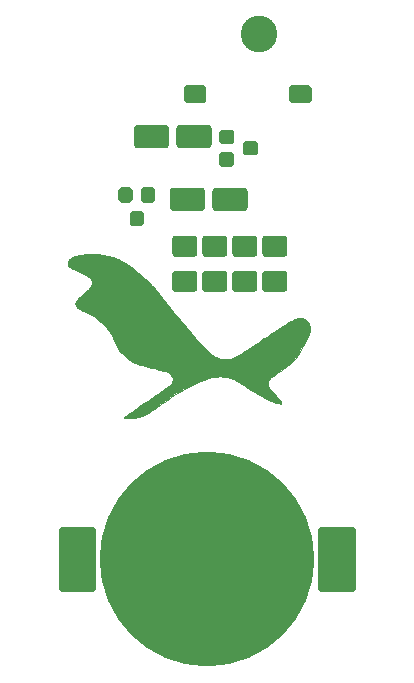
<source format=gbr>
G04 #@! TF.GenerationSoftware,KiCad,Pcbnew,(5.1.10)-1*
G04 #@! TF.CreationDate,2021-07-03T22:49:25-04:00*
G04 #@! TF.ProjectId,Sorting Hat,536f7274-696e-4672-9048-61742e6b6963,rev?*
G04 #@! TF.SameCoordinates,Original*
G04 #@! TF.FileFunction,Soldermask,Bot*
G04 #@! TF.FilePolarity,Negative*
%FSLAX46Y46*%
G04 Gerber Fmt 4.6, Leading zero omitted, Abs format (unit mm)*
G04 Created by KiCad (PCBNEW (5.1.10)-1) date 2021-07-03 22:49:25*
%MOMM*%
%LPD*%
G01*
G04 APERTURE LIST*
%ADD10C,0.010000*%
%ADD11C,18.180000*%
%ADD12C,3.100000*%
G04 APERTURE END LIST*
D10*
G04 #@! TO.C,G\u002A\u002A\u002A*
G36*
X141184733Y-80180783D02*
G01*
X141641295Y-80234792D01*
X142092764Y-80330281D01*
X142537510Y-80467103D01*
X142973902Y-80645111D01*
X143134275Y-80722060D01*
X143394215Y-80863716D01*
X143673278Y-81037650D01*
X143967382Y-81240735D01*
X144272443Y-81469845D01*
X144584376Y-81721853D01*
X144899100Y-81993632D01*
X145212529Y-82282055D01*
X145369575Y-82433583D01*
X145503545Y-82565695D01*
X145624195Y-82686669D01*
X145735452Y-82800959D01*
X145841243Y-82913021D01*
X145945494Y-83027308D01*
X146052132Y-83148276D01*
X146165085Y-83280379D01*
X146288277Y-83428072D01*
X146425638Y-83595810D01*
X146581092Y-83788048D01*
X146758567Y-84009241D01*
X146759575Y-84010500D01*
X147100646Y-84435437D01*
X147419009Y-84829415D01*
X147717191Y-85195466D01*
X147997717Y-85536621D01*
X148263110Y-85855915D01*
X148515897Y-86156378D01*
X148758603Y-86441044D01*
X148993753Y-86712943D01*
X149223872Y-86975110D01*
X149297798Y-87058500D01*
X149557087Y-87348789D01*
X149791891Y-87608221D01*
X150004437Y-87838778D01*
X150196952Y-88042445D01*
X150371661Y-88221207D01*
X150530790Y-88377047D01*
X150676566Y-88511951D01*
X150811215Y-88627903D01*
X150936964Y-88726887D01*
X151056038Y-88810888D01*
X151170663Y-88881889D01*
X151283066Y-88941876D01*
X151395473Y-88992833D01*
X151510110Y-89036744D01*
X151521583Y-89040754D01*
X151592915Y-89064300D01*
X151654792Y-89080578D01*
X151717916Y-89090905D01*
X151792991Y-89096598D01*
X151890720Y-89098976D01*
X151997833Y-89099375D01*
X152125150Y-89098531D01*
X152221670Y-89095199D01*
X152298911Y-89088017D01*
X152368394Y-89075626D01*
X152441639Y-89056664D01*
X152495250Y-89040624D01*
X152578555Y-89013510D01*
X152662261Y-88982844D01*
X152748931Y-88947105D01*
X152841128Y-88904773D01*
X152941417Y-88854327D01*
X153052362Y-88794247D01*
X153176526Y-88723013D01*
X153316474Y-88639103D01*
X153474768Y-88540998D01*
X153653974Y-88427177D01*
X153856656Y-88296119D01*
X154085376Y-88146305D01*
X154342699Y-87976214D01*
X154631189Y-87784324D01*
X154770666Y-87691255D01*
X155162943Y-87429560D01*
X155521944Y-87190683D01*
X155849365Y-86973583D01*
X156146901Y-86777224D01*
X156416248Y-86600567D01*
X156659102Y-86442572D01*
X156877159Y-86302203D01*
X157072114Y-86178419D01*
X157245663Y-86070184D01*
X157399502Y-85976458D01*
X157535327Y-85896203D01*
X157654833Y-85828380D01*
X157759716Y-85771952D01*
X157851671Y-85725879D01*
X157932396Y-85689123D01*
X158003584Y-85660646D01*
X158066933Y-85639409D01*
X158124137Y-85624374D01*
X158156436Y-85617859D01*
X158341976Y-85605315D01*
X158523320Y-85632011D01*
X158694598Y-85694883D01*
X158849942Y-85790871D01*
X158983483Y-85916913D01*
X159089351Y-86069947D01*
X159113105Y-86116935D01*
X159152815Y-86214529D01*
X159176242Y-86309765D01*
X159188620Y-86424277D01*
X159189034Y-86430743D01*
X159192181Y-86512628D01*
X159189369Y-86587207D01*
X159178685Y-86661800D01*
X159158217Y-86743726D01*
X159126050Y-86840305D01*
X159080273Y-86958857D01*
X159018972Y-87106702D01*
X159001781Y-87147256D01*
X158796324Y-87604011D01*
X158585022Y-88020656D01*
X158366546Y-88399171D01*
X158139563Y-88741539D01*
X157902744Y-89049741D01*
X157654757Y-89325757D01*
X157394273Y-89571571D01*
X157346166Y-89612586D01*
X157196091Y-89731170D01*
X157013852Y-89861772D01*
X156797261Y-90005894D01*
X156544127Y-90165040D01*
X156520698Y-90179405D01*
X156424680Y-90240661D01*
X156313166Y-90315784D01*
X156194122Y-90398997D01*
X156075509Y-90484522D01*
X155965292Y-90566582D01*
X155871434Y-90639399D01*
X155801899Y-90697197D01*
X155782683Y-90714813D01*
X155698331Y-90822556D01*
X155640754Y-90951919D01*
X155612411Y-91091647D01*
X155615762Y-91230485D01*
X155645892Y-91340648D01*
X155687649Y-91420608D01*
X155754958Y-91525365D01*
X155843622Y-91649595D01*
X155949443Y-91787979D01*
X156068222Y-91935195D01*
X156195762Y-92085923D01*
X156327865Y-92234841D01*
X156460332Y-92376629D01*
X156476244Y-92393108D01*
X156581873Y-92506512D01*
X156657208Y-92598918D01*
X156705229Y-92675499D01*
X156728915Y-92741430D01*
X156731245Y-92801885D01*
X156726400Y-92827577D01*
X156719014Y-92850340D01*
X156705051Y-92862060D01*
X156675305Y-92863557D01*
X156620567Y-92855650D01*
X156552376Y-92843063D01*
X156277286Y-92774768D01*
X155981767Y-92669659D01*
X155666106Y-92527840D01*
X155580603Y-92484882D01*
X155252270Y-92313310D01*
X154944876Y-92145624D01*
X154648660Y-91976033D01*
X154353861Y-91798747D01*
X154050715Y-91607975D01*
X153729461Y-91397925D01*
X153581743Y-91299172D01*
X153372826Y-91160555D01*
X153191420Y-91044853D01*
X153031552Y-90949081D01*
X152887245Y-90870255D01*
X152752526Y-90805390D01*
X152621419Y-90751501D01*
X152487951Y-90705604D01*
X152346146Y-90664714D01*
X152275085Y-90646417D01*
X151925704Y-90580829D01*
X151570885Y-90556201D01*
X151215118Y-90572341D01*
X150862890Y-90629057D01*
X150533392Y-90721110D01*
X150207729Y-90837807D01*
X149883756Y-90966036D01*
X149558437Y-91107500D01*
X149228737Y-91263900D01*
X148891622Y-91436939D01*
X148544055Y-91628317D01*
X148183003Y-91839736D01*
X147805429Y-92072898D01*
X147408298Y-92329505D01*
X146988577Y-92611258D01*
X146543228Y-92919860D01*
X146281712Y-93104893D01*
X146040393Y-93275072D01*
X145827513Y-93421071D01*
X145638598Y-93545336D01*
X145469173Y-93650313D01*
X145314766Y-93738447D01*
X145170901Y-93812184D01*
X145033105Y-93873969D01*
X144896904Y-93926248D01*
X144757824Y-93971466D01*
X144631833Y-94006747D01*
X144546708Y-94028480D01*
X144473787Y-94044799D01*
X144404360Y-94056594D01*
X144329715Y-94064752D01*
X144241144Y-94070163D01*
X144129935Y-94073715D01*
X143987377Y-94076296D01*
X143943916Y-94076920D01*
X143807172Y-94078113D01*
X143681552Y-94077866D01*
X143574407Y-94076300D01*
X143493088Y-94073535D01*
X143444947Y-94069694D01*
X143439067Y-94068606D01*
X143430592Y-94066426D01*
X143424273Y-94063493D01*
X143421670Y-94058693D01*
X143424340Y-94050914D01*
X143433843Y-94039043D01*
X143451737Y-94021968D01*
X143479581Y-93998576D01*
X143518934Y-93967754D01*
X143571355Y-93928389D01*
X143638403Y-93879369D01*
X143721636Y-93819581D01*
X143822614Y-93747913D01*
X143942894Y-93663251D01*
X144084037Y-93564483D01*
X144247600Y-93450497D01*
X144435143Y-93320179D01*
X144648225Y-93172417D01*
X144888403Y-93006098D01*
X145157238Y-92820110D01*
X145456287Y-92613340D01*
X145787110Y-92384675D01*
X146134666Y-92144474D01*
X146331027Y-92008565D01*
X146519079Y-91878015D01*
X146695583Y-91755099D01*
X146857295Y-91642093D01*
X147000974Y-91541273D01*
X147123380Y-91454915D01*
X147221269Y-91385294D01*
X147291401Y-91334685D01*
X147330533Y-91305365D01*
X147334258Y-91302338D01*
X147415037Y-91213935D01*
X147485773Y-91098480D01*
X147538558Y-90971200D01*
X147564106Y-90859727D01*
X147561829Y-90716338D01*
X147523440Y-90572724D01*
X147454300Y-90436929D01*
X147359772Y-90317001D01*
X147245217Y-90220984D01*
X147115996Y-90156923D01*
X147090550Y-90149117D01*
X147056213Y-90140054D01*
X146984754Y-90121544D01*
X146880076Y-90094587D01*
X146746080Y-90060183D01*
X146586671Y-90019333D01*
X146405749Y-89973036D01*
X146207217Y-89922292D01*
X145994978Y-89868103D01*
X145811208Y-89821226D01*
X145507509Y-89743284D01*
X145243354Y-89674388D01*
X145017036Y-89614062D01*
X144826852Y-89561832D01*
X144671094Y-89517222D01*
X144548058Y-89479758D01*
X144456038Y-89448963D01*
X144405256Y-89429502D01*
X144077428Y-89270188D01*
X143774652Y-89076765D01*
X143497341Y-88849549D01*
X143245904Y-88588852D01*
X143146836Y-88467812D01*
X143055466Y-88346305D01*
X142976165Y-88230066D01*
X142903883Y-88110113D01*
X142833568Y-87977466D01*
X142760167Y-87823145D01*
X142678631Y-87638170D01*
X142673763Y-87626818D01*
X142613578Y-87491094D01*
X142546815Y-87348421D01*
X142479782Y-87211797D01*
X142418790Y-87094220D01*
X142389876Y-87041982D01*
X142160131Y-86681991D01*
X141896071Y-86342698D01*
X141601340Y-86027242D01*
X141279579Y-85738765D01*
X140934429Y-85480405D01*
X140569531Y-85255304D01*
X140188528Y-85066601D01*
X140017500Y-84996212D01*
X139836826Y-84923578D01*
X139692507Y-84858593D01*
X139579907Y-84798339D01*
X139494387Y-84739893D01*
X139431313Y-84680336D01*
X139386045Y-84616747D01*
X139371911Y-84589583D01*
X139341407Y-84482637D01*
X139339566Y-84362900D01*
X139366525Y-84248860D01*
X139369350Y-84241912D01*
X139405553Y-84173928D01*
X139461442Y-84088967D01*
X139527278Y-84000080D01*
X139593326Y-83920319D01*
X139649849Y-83862734D01*
X139656237Y-83857357D01*
X139733485Y-83792582D01*
X139828387Y-83709952D01*
X139935288Y-83614698D01*
X140048534Y-83512050D01*
X140162470Y-83407236D01*
X140271444Y-83305488D01*
X140369800Y-83212034D01*
X140451885Y-83132104D01*
X140512045Y-83070929D01*
X140539407Y-83040461D01*
X140645236Y-82889619D01*
X140712300Y-82744205D01*
X140740220Y-82606108D01*
X140728616Y-82477219D01*
X140677109Y-82359425D01*
X140676418Y-82358352D01*
X140637680Y-82301840D01*
X140596036Y-82250034D01*
X140547844Y-82200624D01*
X140489463Y-82151298D01*
X140417250Y-82099745D01*
X140327565Y-82043654D01*
X140216765Y-81980714D01*
X140081210Y-81908613D01*
X139917257Y-81825040D01*
X139721265Y-81727684D01*
X139551833Y-81644611D01*
X139392995Y-81566488D01*
X139243732Y-81492075D01*
X139108975Y-81423906D01*
X138993655Y-81364516D01*
X138902702Y-81316438D01*
X138841048Y-81282205D01*
X138816269Y-81266596D01*
X138741426Y-81191698D01*
X138698779Y-81101088D01*
X138684094Y-80985388D01*
X138684000Y-80973454D01*
X138701046Y-80830720D01*
X138753599Y-80708505D01*
X138817364Y-80627234D01*
X138875913Y-80574582D01*
X138947452Y-80527921D01*
X139038841Y-80484040D01*
X139156941Y-80439726D01*
X139308614Y-80391766D01*
X139340166Y-80382453D01*
X139800795Y-80269087D01*
X140262853Y-80197784D01*
X140724709Y-80168398D01*
X141184733Y-80180783D01*
G37*
X141184733Y-80180783D02*
X141641295Y-80234792D01*
X142092764Y-80330281D01*
X142537510Y-80467103D01*
X142973902Y-80645111D01*
X143134275Y-80722060D01*
X143394215Y-80863716D01*
X143673278Y-81037650D01*
X143967382Y-81240735D01*
X144272443Y-81469845D01*
X144584376Y-81721853D01*
X144899100Y-81993632D01*
X145212529Y-82282055D01*
X145369575Y-82433583D01*
X145503545Y-82565695D01*
X145624195Y-82686669D01*
X145735452Y-82800959D01*
X145841243Y-82913021D01*
X145945494Y-83027308D01*
X146052132Y-83148276D01*
X146165085Y-83280379D01*
X146288277Y-83428072D01*
X146425638Y-83595810D01*
X146581092Y-83788048D01*
X146758567Y-84009241D01*
X146759575Y-84010500D01*
X147100646Y-84435437D01*
X147419009Y-84829415D01*
X147717191Y-85195466D01*
X147997717Y-85536621D01*
X148263110Y-85855915D01*
X148515897Y-86156378D01*
X148758603Y-86441044D01*
X148993753Y-86712943D01*
X149223872Y-86975110D01*
X149297798Y-87058500D01*
X149557087Y-87348789D01*
X149791891Y-87608221D01*
X150004437Y-87838778D01*
X150196952Y-88042445D01*
X150371661Y-88221207D01*
X150530790Y-88377047D01*
X150676566Y-88511951D01*
X150811215Y-88627903D01*
X150936964Y-88726887D01*
X151056038Y-88810888D01*
X151170663Y-88881889D01*
X151283066Y-88941876D01*
X151395473Y-88992833D01*
X151510110Y-89036744D01*
X151521583Y-89040754D01*
X151592915Y-89064300D01*
X151654792Y-89080578D01*
X151717916Y-89090905D01*
X151792991Y-89096598D01*
X151890720Y-89098976D01*
X151997833Y-89099375D01*
X152125150Y-89098531D01*
X152221670Y-89095199D01*
X152298911Y-89088017D01*
X152368394Y-89075626D01*
X152441639Y-89056664D01*
X152495250Y-89040624D01*
X152578555Y-89013510D01*
X152662261Y-88982844D01*
X152748931Y-88947105D01*
X152841128Y-88904773D01*
X152941417Y-88854327D01*
X153052362Y-88794247D01*
X153176526Y-88723013D01*
X153316474Y-88639103D01*
X153474768Y-88540998D01*
X153653974Y-88427177D01*
X153856656Y-88296119D01*
X154085376Y-88146305D01*
X154342699Y-87976214D01*
X154631189Y-87784324D01*
X154770666Y-87691255D01*
X155162943Y-87429560D01*
X155521944Y-87190683D01*
X155849365Y-86973583D01*
X156146901Y-86777224D01*
X156416248Y-86600567D01*
X156659102Y-86442572D01*
X156877159Y-86302203D01*
X157072114Y-86178419D01*
X157245663Y-86070184D01*
X157399502Y-85976458D01*
X157535327Y-85896203D01*
X157654833Y-85828380D01*
X157759716Y-85771952D01*
X157851671Y-85725879D01*
X157932396Y-85689123D01*
X158003584Y-85660646D01*
X158066933Y-85639409D01*
X158124137Y-85624374D01*
X158156436Y-85617859D01*
X158341976Y-85605315D01*
X158523320Y-85632011D01*
X158694598Y-85694883D01*
X158849942Y-85790871D01*
X158983483Y-85916913D01*
X159089351Y-86069947D01*
X159113105Y-86116935D01*
X159152815Y-86214529D01*
X159176242Y-86309765D01*
X159188620Y-86424277D01*
X159189034Y-86430743D01*
X159192181Y-86512628D01*
X159189369Y-86587207D01*
X159178685Y-86661800D01*
X159158217Y-86743726D01*
X159126050Y-86840305D01*
X159080273Y-86958857D01*
X159018972Y-87106702D01*
X159001781Y-87147256D01*
X158796324Y-87604011D01*
X158585022Y-88020656D01*
X158366546Y-88399171D01*
X158139563Y-88741539D01*
X157902744Y-89049741D01*
X157654757Y-89325757D01*
X157394273Y-89571571D01*
X157346166Y-89612586D01*
X157196091Y-89731170D01*
X157013852Y-89861772D01*
X156797261Y-90005894D01*
X156544127Y-90165040D01*
X156520698Y-90179405D01*
X156424680Y-90240661D01*
X156313166Y-90315784D01*
X156194122Y-90398997D01*
X156075509Y-90484522D01*
X155965292Y-90566582D01*
X155871434Y-90639399D01*
X155801899Y-90697197D01*
X155782683Y-90714813D01*
X155698331Y-90822556D01*
X155640754Y-90951919D01*
X155612411Y-91091647D01*
X155615762Y-91230485D01*
X155645892Y-91340648D01*
X155687649Y-91420608D01*
X155754958Y-91525365D01*
X155843622Y-91649595D01*
X155949443Y-91787979D01*
X156068222Y-91935195D01*
X156195762Y-92085923D01*
X156327865Y-92234841D01*
X156460332Y-92376629D01*
X156476244Y-92393108D01*
X156581873Y-92506512D01*
X156657208Y-92598918D01*
X156705229Y-92675499D01*
X156728915Y-92741430D01*
X156731245Y-92801885D01*
X156726400Y-92827577D01*
X156719014Y-92850340D01*
X156705051Y-92862060D01*
X156675305Y-92863557D01*
X156620567Y-92855650D01*
X156552376Y-92843063D01*
X156277286Y-92774768D01*
X155981767Y-92669659D01*
X155666106Y-92527840D01*
X155580603Y-92484882D01*
X155252270Y-92313310D01*
X154944876Y-92145624D01*
X154648660Y-91976033D01*
X154353861Y-91798747D01*
X154050715Y-91607975D01*
X153729461Y-91397925D01*
X153581743Y-91299172D01*
X153372826Y-91160555D01*
X153191420Y-91044853D01*
X153031552Y-90949081D01*
X152887245Y-90870255D01*
X152752526Y-90805390D01*
X152621419Y-90751501D01*
X152487951Y-90705604D01*
X152346146Y-90664714D01*
X152275085Y-90646417D01*
X151925704Y-90580829D01*
X151570885Y-90556201D01*
X151215118Y-90572341D01*
X150862890Y-90629057D01*
X150533392Y-90721110D01*
X150207729Y-90837807D01*
X149883756Y-90966036D01*
X149558437Y-91107500D01*
X149228737Y-91263900D01*
X148891622Y-91436939D01*
X148544055Y-91628317D01*
X148183003Y-91839736D01*
X147805429Y-92072898D01*
X147408298Y-92329505D01*
X146988577Y-92611258D01*
X146543228Y-92919860D01*
X146281712Y-93104893D01*
X146040393Y-93275072D01*
X145827513Y-93421071D01*
X145638598Y-93545336D01*
X145469173Y-93650313D01*
X145314766Y-93738447D01*
X145170901Y-93812184D01*
X145033105Y-93873969D01*
X144896904Y-93926248D01*
X144757824Y-93971466D01*
X144631833Y-94006747D01*
X144546708Y-94028480D01*
X144473787Y-94044799D01*
X144404360Y-94056594D01*
X144329715Y-94064752D01*
X144241144Y-94070163D01*
X144129935Y-94073715D01*
X143987377Y-94076296D01*
X143943916Y-94076920D01*
X143807172Y-94078113D01*
X143681552Y-94077866D01*
X143574407Y-94076300D01*
X143493088Y-94073535D01*
X143444947Y-94069694D01*
X143439067Y-94068606D01*
X143430592Y-94066426D01*
X143424273Y-94063493D01*
X143421670Y-94058693D01*
X143424340Y-94050914D01*
X143433843Y-94039043D01*
X143451737Y-94021968D01*
X143479581Y-93998576D01*
X143518934Y-93967754D01*
X143571355Y-93928389D01*
X143638403Y-93879369D01*
X143721636Y-93819581D01*
X143822614Y-93747913D01*
X143942894Y-93663251D01*
X144084037Y-93564483D01*
X144247600Y-93450497D01*
X144435143Y-93320179D01*
X144648225Y-93172417D01*
X144888403Y-93006098D01*
X145157238Y-92820110D01*
X145456287Y-92613340D01*
X145787110Y-92384675D01*
X146134666Y-92144474D01*
X146331027Y-92008565D01*
X146519079Y-91878015D01*
X146695583Y-91755099D01*
X146857295Y-91642093D01*
X147000974Y-91541273D01*
X147123380Y-91454915D01*
X147221269Y-91385294D01*
X147291401Y-91334685D01*
X147330533Y-91305365D01*
X147334258Y-91302338D01*
X147415037Y-91213935D01*
X147485773Y-91098480D01*
X147538558Y-90971200D01*
X147564106Y-90859727D01*
X147561829Y-90716338D01*
X147523440Y-90572724D01*
X147454300Y-90436929D01*
X147359772Y-90317001D01*
X147245217Y-90220984D01*
X147115996Y-90156923D01*
X147090550Y-90149117D01*
X147056213Y-90140054D01*
X146984754Y-90121544D01*
X146880076Y-90094587D01*
X146746080Y-90060183D01*
X146586671Y-90019333D01*
X146405749Y-89973036D01*
X146207217Y-89922292D01*
X145994978Y-89868103D01*
X145811208Y-89821226D01*
X145507509Y-89743284D01*
X145243354Y-89674388D01*
X145017036Y-89614062D01*
X144826852Y-89561832D01*
X144671094Y-89517222D01*
X144548058Y-89479758D01*
X144456038Y-89448963D01*
X144405256Y-89429502D01*
X144077428Y-89270188D01*
X143774652Y-89076765D01*
X143497341Y-88849549D01*
X143245904Y-88588852D01*
X143146836Y-88467812D01*
X143055466Y-88346305D01*
X142976165Y-88230066D01*
X142903883Y-88110113D01*
X142833568Y-87977466D01*
X142760167Y-87823145D01*
X142678631Y-87638170D01*
X142673763Y-87626818D01*
X142613578Y-87491094D01*
X142546815Y-87348421D01*
X142479782Y-87211797D01*
X142418790Y-87094220D01*
X142389876Y-87041982D01*
X142160131Y-86681991D01*
X141896071Y-86342698D01*
X141601340Y-86027242D01*
X141279579Y-85738765D01*
X140934429Y-85480405D01*
X140569531Y-85255304D01*
X140188528Y-85066601D01*
X140017500Y-84996212D01*
X139836826Y-84923578D01*
X139692507Y-84858593D01*
X139579907Y-84798339D01*
X139494387Y-84739893D01*
X139431313Y-84680336D01*
X139386045Y-84616747D01*
X139371911Y-84589583D01*
X139341407Y-84482637D01*
X139339566Y-84362900D01*
X139366525Y-84248860D01*
X139369350Y-84241912D01*
X139405553Y-84173928D01*
X139461442Y-84088967D01*
X139527278Y-84000080D01*
X139593326Y-83920319D01*
X139649849Y-83862734D01*
X139656237Y-83857357D01*
X139733485Y-83792582D01*
X139828387Y-83709952D01*
X139935288Y-83614698D01*
X140048534Y-83512050D01*
X140162470Y-83407236D01*
X140271444Y-83305488D01*
X140369800Y-83212034D01*
X140451885Y-83132104D01*
X140512045Y-83070929D01*
X140539407Y-83040461D01*
X140645236Y-82889619D01*
X140712300Y-82744205D01*
X140740220Y-82606108D01*
X140728616Y-82477219D01*
X140677109Y-82359425D01*
X140676418Y-82358352D01*
X140637680Y-82301840D01*
X140596036Y-82250034D01*
X140547844Y-82200624D01*
X140489463Y-82151298D01*
X140417250Y-82099745D01*
X140327565Y-82043654D01*
X140216765Y-81980714D01*
X140081210Y-81908613D01*
X139917257Y-81825040D01*
X139721265Y-81727684D01*
X139551833Y-81644611D01*
X139392995Y-81566488D01*
X139243732Y-81492075D01*
X139108975Y-81423906D01*
X138993655Y-81364516D01*
X138902702Y-81316438D01*
X138841048Y-81282205D01*
X138816269Y-81266596D01*
X138741426Y-81191698D01*
X138698779Y-81101088D01*
X138684094Y-80985388D01*
X138684000Y-80973454D01*
X138701046Y-80830720D01*
X138753599Y-80708505D01*
X138817364Y-80627234D01*
X138875913Y-80574582D01*
X138947452Y-80527921D01*
X139038841Y-80484040D01*
X139156941Y-80439726D01*
X139308614Y-80391766D01*
X139340166Y-80382453D01*
X139800795Y-80269087D01*
X140262853Y-80197784D01*
X140724709Y-80168398D01*
X141184733Y-80180783D01*
G04 #@! TD*
G04 #@! TO.C,Q1*
G36*
G01*
X143176000Y-74550000D02*
X143976000Y-74550000D01*
G75*
G02*
X144176000Y-74750000I0J-200000D01*
G01*
X144176000Y-75650000D01*
G75*
G02*
X143976000Y-75850000I-200000J0D01*
G01*
X143176000Y-75850000D01*
G75*
G02*
X142976000Y-75650000I0J200000D01*
G01*
X142976000Y-74750000D01*
G75*
G02*
X143176000Y-74550000I200000J0D01*
G01*
G37*
G36*
G01*
X145076000Y-74550000D02*
X145876000Y-74550000D01*
G75*
G02*
X146076000Y-74750000I0J-200000D01*
G01*
X146076000Y-75650000D01*
G75*
G02*
X145876000Y-75850000I-200000J0D01*
G01*
X145076000Y-75850000D01*
G75*
G02*
X144876000Y-75650000I0J200000D01*
G01*
X144876000Y-74750000D01*
G75*
G02*
X145076000Y-74550000I200000J0D01*
G01*
G37*
G36*
G01*
X144126000Y-76550000D02*
X144926000Y-76550000D01*
G75*
G02*
X145126000Y-76750000I0J-200000D01*
G01*
X145126000Y-77650000D01*
G75*
G02*
X144926000Y-77850000I-200000J0D01*
G01*
X144126000Y-77850000D01*
G75*
G02*
X143926000Y-77650000I0J200000D01*
G01*
X143926000Y-76750000D01*
G75*
G02*
X144126000Y-76550000I200000J0D01*
G01*
G37*
G04 #@! TD*
G04 #@! TO.C,SW1*
G36*
G01*
X148523999Y-67225000D02*
X148523999Y-66125000D01*
G75*
G02*
X148723999Y-65925000I200000J0D01*
G01*
X150223999Y-65925000D01*
G75*
G02*
X150423999Y-66125000I0J-200000D01*
G01*
X150423999Y-67225000D01*
G75*
G02*
X150223999Y-67425000I-200000J0D01*
G01*
X148723999Y-67425000D01*
G75*
G02*
X148523999Y-67225000I0J200000D01*
G01*
G37*
G36*
G01*
X157424001Y-67225000D02*
X157424001Y-66125000D01*
G75*
G02*
X157624001Y-65925000I200000J0D01*
G01*
X159124001Y-65925000D01*
G75*
G02*
X159324001Y-66125000I0J-200000D01*
G01*
X159324001Y-67225000D01*
G75*
G02*
X159124001Y-67425000I-200000J0D01*
G01*
X157624001Y-67425000D01*
G75*
G02*
X157424001Y-67225000I0J200000D01*
G01*
G37*
G04 #@! TD*
G04 #@! TO.C,BT1*
G36*
G01*
X137915000Y-108585001D02*
X137915000Y-103504999D01*
G75*
G02*
X138114999Y-103305000I199999J0D01*
G01*
X140905001Y-103305000D01*
G75*
G02*
X141105000Y-103504999I0J-199999D01*
G01*
X141105000Y-108585001D01*
G75*
G02*
X140905001Y-108785000I-199999J0D01*
G01*
X138114999Y-108785000D01*
G75*
G02*
X137915000Y-108585001I0J199999D01*
G01*
G37*
G36*
G01*
X159885000Y-108585001D02*
X159885000Y-103504999D01*
G75*
G02*
X160084999Y-103305000I199999J0D01*
G01*
X162875001Y-103305000D01*
G75*
G02*
X163075000Y-103504999I0J-199999D01*
G01*
X163075000Y-108585001D01*
G75*
G02*
X162875001Y-108785000I-199999J0D01*
G01*
X160084999Y-108785000D01*
G75*
G02*
X159885000Y-108585001I0J199999D01*
G01*
G37*
D11*
X150495000Y-106045000D03*
G04 #@! TD*
G04 #@! TO.C,C1*
G36*
G01*
X144274000Y-70934500D02*
X144274000Y-69559500D01*
G75*
G02*
X144586500Y-69247000I312500J0D01*
G01*
X146961500Y-69247000D01*
G75*
G02*
X147274000Y-69559500I0J-312500D01*
G01*
X147274000Y-70934500D01*
G75*
G02*
X146961500Y-71247000I-312500J0D01*
G01*
X144586500Y-71247000D01*
G75*
G02*
X144274000Y-70934500I0J312500D01*
G01*
G37*
G36*
G01*
X147874000Y-70934500D02*
X147874000Y-69559500D01*
G75*
G02*
X148186500Y-69247000I312500J0D01*
G01*
X150561500Y-69247000D01*
G75*
G02*
X150874000Y-69559500I0J-312500D01*
G01*
X150874000Y-70934500D01*
G75*
G02*
X150561500Y-71247000I-312500J0D01*
G01*
X148186500Y-71247000D01*
G75*
G02*
X147874000Y-70934500I0J312500D01*
G01*
G37*
G04 #@! TD*
G04 #@! TO.C,C2*
G36*
G01*
X150322000Y-74877500D02*
X150322000Y-76252500D01*
G75*
G02*
X150009500Y-76565000I-312500J0D01*
G01*
X147634500Y-76565000D01*
G75*
G02*
X147322000Y-76252500I0J312500D01*
G01*
X147322000Y-74877500D01*
G75*
G02*
X147634500Y-74565000I312500J0D01*
G01*
X150009500Y-74565000D01*
G75*
G02*
X150322000Y-74877500I0J-312500D01*
G01*
G37*
G36*
G01*
X153922000Y-74877500D02*
X153922000Y-76252500D01*
G75*
G02*
X153609500Y-76565000I-312500J0D01*
G01*
X151234500Y-76565000D01*
G75*
G02*
X150922000Y-76252500I0J312500D01*
G01*
X150922000Y-74877500D01*
G75*
G02*
X151234500Y-74565000I312500J0D01*
G01*
X153609500Y-74565000D01*
G75*
G02*
X153922000Y-74877500I0J-312500D01*
G01*
G37*
G04 #@! TD*
G04 #@! TO.C,D1*
G36*
G01*
X147154921Y-87459314D02*
X145998462Y-88429698D01*
G75*
G02*
X145547389Y-88390235I-205805J245268D01*
G01*
X144785910Y-87482741D01*
G75*
G02*
X144825373Y-87031668I245268J205805D01*
G01*
X145981832Y-86061284D01*
G75*
G02*
X146432905Y-86100747I205805J-245268D01*
G01*
X147194384Y-87008241D01*
G75*
G02*
X147154921Y-87459314I-245268J-205805D01*
G01*
G37*
G36*
G01*
X145242627Y-85180332D02*
X144086168Y-86150716D01*
G75*
G02*
X143635095Y-86111253I-205805J245268D01*
G01*
X142873616Y-85203759D01*
G75*
G02*
X142913079Y-84752686I245268J205805D01*
G01*
X144069538Y-83782302D01*
G75*
G02*
X144520611Y-83821765I205805J-245268D01*
G01*
X145282090Y-84729259D01*
G75*
G02*
X145242627Y-85180332I-245268J-205805D01*
G01*
G37*
G04 #@! TD*
G04 #@! TO.C,D2*
G36*
G01*
X156615480Y-89156786D02*
X155706950Y-87951126D01*
G75*
G02*
X155769967Y-87502737I255703J192686D01*
G01*
X156716071Y-86789797D01*
G75*
G02*
X157164460Y-86852814I192686J-255703D01*
G01*
X158072990Y-88058474D01*
G75*
G02*
X158009973Y-88506863I-255703J-192686D01*
G01*
X157063869Y-89219803D01*
G75*
G02*
X156615480Y-89156786I-192686J255703D01*
G01*
G37*
G36*
G01*
X154239540Y-90947186D02*
X153331010Y-89741526D01*
G75*
G02*
X153394027Y-89293137I255703J192686D01*
G01*
X154340131Y-88580197D01*
G75*
G02*
X154788520Y-88643214I192686J-255703D01*
G01*
X155697050Y-89848874D01*
G75*
G02*
X155634033Y-90297263I-255703J-192686D01*
G01*
X154687929Y-91010203D01*
G75*
G02*
X154239540Y-90947186I-192686J255703D01*
G01*
G37*
G04 #@! TD*
G04 #@! TO.C,Q2*
G36*
G01*
X151496000Y-72597000D02*
X151496000Y-71797000D01*
G75*
G02*
X151696000Y-71597000I200000J0D01*
G01*
X152596000Y-71597000D01*
G75*
G02*
X152796000Y-71797000I0J-200000D01*
G01*
X152796000Y-72597000D01*
G75*
G02*
X152596000Y-72797000I-200000J0D01*
G01*
X151696000Y-72797000D01*
G75*
G02*
X151496000Y-72597000I0J200000D01*
G01*
G37*
G36*
G01*
X151496000Y-70697000D02*
X151496000Y-69897000D01*
G75*
G02*
X151696000Y-69697000I200000J0D01*
G01*
X152596000Y-69697000D01*
G75*
G02*
X152796000Y-69897000I0J-200000D01*
G01*
X152796000Y-70697000D01*
G75*
G02*
X152596000Y-70897000I-200000J0D01*
G01*
X151696000Y-70897000D01*
G75*
G02*
X151496000Y-70697000I0J200000D01*
G01*
G37*
G36*
G01*
X153496000Y-71647000D02*
X153496000Y-70847000D01*
G75*
G02*
X153696000Y-70647000I200000J0D01*
G01*
X154596000Y-70647000D01*
G75*
G02*
X154796000Y-70847000I0J-200000D01*
G01*
X154796000Y-71647000D01*
G75*
G02*
X154596000Y-71847000I-200000J0D01*
G01*
X153696000Y-71847000D01*
G75*
G02*
X153496000Y-71647000I0J200000D01*
G01*
G37*
G04 #@! TD*
G04 #@! TO.C,R1*
G36*
G01*
X150375175Y-78626000D02*
X151884825Y-78626000D01*
G75*
G02*
X152205000Y-78946175I0J-320175D01*
G01*
X152205000Y-80130825D01*
G75*
G02*
X151884825Y-80451000I-320175J0D01*
G01*
X150375175Y-80451000D01*
G75*
G02*
X150055000Y-80130825I0J320175D01*
G01*
X150055000Y-78946175D01*
G75*
G02*
X150375175Y-78626000I320175J0D01*
G01*
G37*
G36*
G01*
X150375175Y-81601000D02*
X151884825Y-81601000D01*
G75*
G02*
X152205000Y-81921175I0J-320175D01*
G01*
X152205000Y-83105825D01*
G75*
G02*
X151884825Y-83426000I-320175J0D01*
G01*
X150375175Y-83426000D01*
G75*
G02*
X150055000Y-83105825I0J320175D01*
G01*
X150055000Y-81921175D01*
G75*
G02*
X150375175Y-81601000I320175J0D01*
G01*
G37*
G04 #@! TD*
G04 #@! TO.C,R2*
G36*
G01*
X152915175Y-81601000D02*
X154424825Y-81601000D01*
G75*
G02*
X154745000Y-81921175I0J-320175D01*
G01*
X154745000Y-83105825D01*
G75*
G02*
X154424825Y-83426000I-320175J0D01*
G01*
X152915175Y-83426000D01*
G75*
G02*
X152595000Y-83105825I0J320175D01*
G01*
X152595000Y-81921175D01*
G75*
G02*
X152915175Y-81601000I320175J0D01*
G01*
G37*
G36*
G01*
X152915175Y-78626000D02*
X154424825Y-78626000D01*
G75*
G02*
X154745000Y-78946175I0J-320175D01*
G01*
X154745000Y-80130825D01*
G75*
G02*
X154424825Y-80451000I-320175J0D01*
G01*
X152915175Y-80451000D01*
G75*
G02*
X152595000Y-80130825I0J320175D01*
G01*
X152595000Y-78946175D01*
G75*
G02*
X152915175Y-78626000I320175J0D01*
G01*
G37*
G04 #@! TD*
G04 #@! TO.C,R3*
G36*
G01*
X147835175Y-78626000D02*
X149344825Y-78626000D01*
G75*
G02*
X149665000Y-78946175I0J-320175D01*
G01*
X149665000Y-80130825D01*
G75*
G02*
X149344825Y-80451000I-320175J0D01*
G01*
X147835175Y-80451000D01*
G75*
G02*
X147515000Y-80130825I0J320175D01*
G01*
X147515000Y-78946175D01*
G75*
G02*
X147835175Y-78626000I320175J0D01*
G01*
G37*
G36*
G01*
X147835175Y-81601000D02*
X149344825Y-81601000D01*
G75*
G02*
X149665000Y-81921175I0J-320175D01*
G01*
X149665000Y-83105825D01*
G75*
G02*
X149344825Y-83426000I-320175J0D01*
G01*
X147835175Y-83426000D01*
G75*
G02*
X147515000Y-83105825I0J320175D01*
G01*
X147515000Y-81921175D01*
G75*
G02*
X147835175Y-81601000I320175J0D01*
G01*
G37*
G04 #@! TD*
G04 #@! TO.C,R4*
G36*
G01*
X155455175Y-81601000D02*
X156964825Y-81601000D01*
G75*
G02*
X157285000Y-81921175I0J-320175D01*
G01*
X157285000Y-83105825D01*
G75*
G02*
X156964825Y-83426000I-320175J0D01*
G01*
X155455175Y-83426000D01*
G75*
G02*
X155135000Y-83105825I0J320175D01*
G01*
X155135000Y-81921175D01*
G75*
G02*
X155455175Y-81601000I320175J0D01*
G01*
G37*
G36*
G01*
X155455175Y-78626000D02*
X156964825Y-78626000D01*
G75*
G02*
X157285000Y-78946175I0J-320175D01*
G01*
X157285000Y-80130825D01*
G75*
G02*
X156964825Y-80451000I-320175J0D01*
G01*
X155455175Y-80451000D01*
G75*
G02*
X155135000Y-80130825I0J320175D01*
G01*
X155135000Y-78946175D01*
G75*
G02*
X155455175Y-78626000I320175J0D01*
G01*
G37*
G04 #@! TD*
D12*
G04 #@! TO.C,H1*
X154838400Y-61569600D03*
G04 #@! TD*
M02*

</source>
